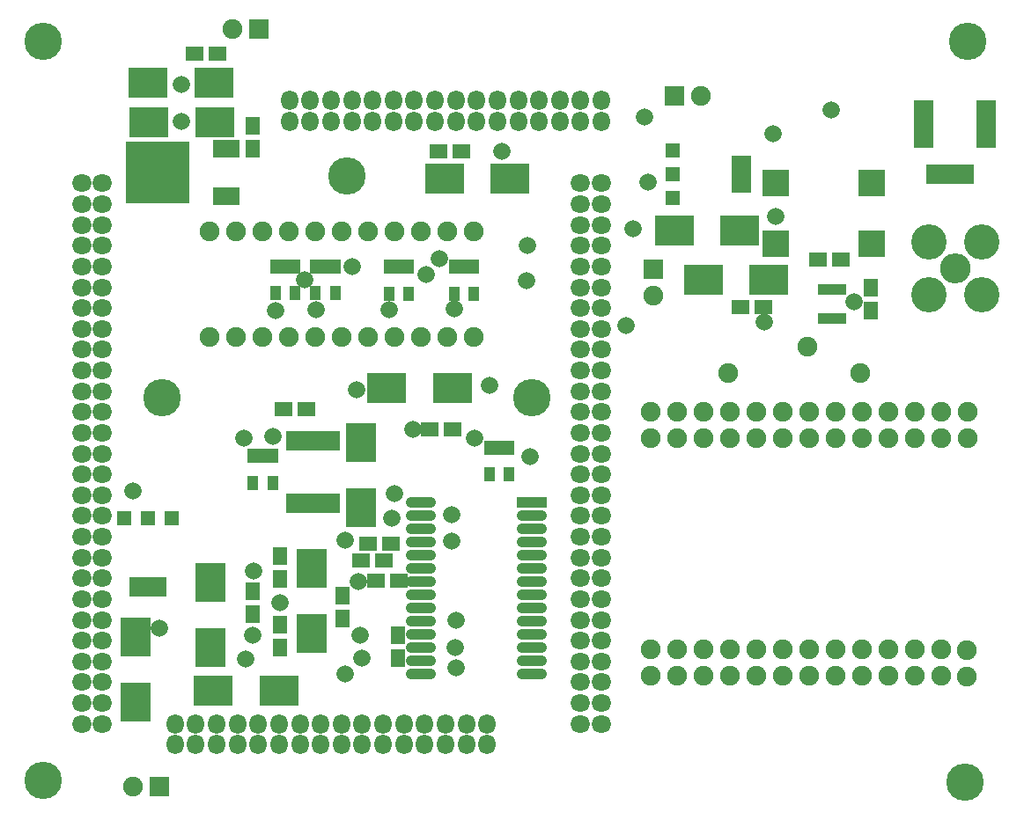
<source format=gbs>
G04*
G04 #@! TF.GenerationSoftware,Altium Limited,Altium Designer,19.1.6 (110)*
G04*
G04 Layer_Color=16711935*
%FSLAX24Y24*%
%MOIN*%
G70*
G01*
G75*
%ADD14R,0.0650X0.0551*%
%ADD15R,0.1142X0.1457*%
%ADD17R,0.0551X0.0650*%
%ADD18R,0.1417X0.0748*%
%ADD19R,0.0551X0.0551*%
%ADD20C,0.1417*%
%ADD21C,0.0748*%
%ADD22R,0.0748X0.0748*%
%ADD23R,0.0748X0.0748*%
%ADD24R,0.0748X0.1811*%
%ADD25R,0.1811X0.0748*%
%ADD26O,0.0650X0.0748*%
%ADD27O,0.0748X0.0650*%
%ADD28C,0.1339*%
%ADD29O,0.1161X0.1142*%
%ADD30C,0.0657*%
%ADD71R,0.1024X0.1024*%
%ADD72R,0.0748X0.1417*%
%ADD73R,0.0551X0.0551*%
%ADD74R,0.1457X0.1142*%
%ADD75R,0.0315X0.0433*%
%ADD76R,0.0433X0.0551*%
%ADD77R,0.0551X0.0748*%
%ADD78O,0.1142X0.0433*%
%ADD79R,0.1142X0.0433*%
%ADD80R,0.2402X0.2323*%
%ADD81R,0.1004X0.0669*%
D14*
X28580Y19240D02*
D03*
X27714D02*
D03*
X31490Y21030D02*
D03*
X30624D02*
D03*
X16790Y14624D02*
D03*
X15924D02*
D03*
X14467Y10293D02*
D03*
X13601D02*
D03*
X13350Y9637D02*
D03*
X14216D02*
D03*
X13891Y8863D02*
D03*
X14757D02*
D03*
X7916Y28860D02*
D03*
X7050D02*
D03*
X11257Y15380D02*
D03*
X10391D02*
D03*
X17146Y25150D02*
D03*
X16280D02*
D03*
D15*
X7647Y8813D02*
D03*
Y6333D02*
D03*
X11468Y6880D02*
D03*
Y9361D02*
D03*
X13347Y14113D02*
D03*
Y11633D02*
D03*
X4800Y6760D02*
D03*
Y4280D02*
D03*
D17*
X32650Y19120D02*
D03*
Y19986D02*
D03*
X10268Y9827D02*
D03*
Y8961D02*
D03*
X9247Y8479D02*
D03*
Y7613D02*
D03*
X10268Y7227D02*
D03*
Y6361D02*
D03*
X12647Y7447D02*
D03*
Y8313D02*
D03*
X14747Y5947D02*
D03*
Y6813D02*
D03*
X9240Y26116D02*
D03*
Y25250D02*
D03*
D18*
X5267Y8660D02*
D03*
D19*
X6167Y11260D02*
D03*
X5267D02*
D03*
X4367D02*
D03*
D20*
X12800Y24200D02*
D03*
X1300Y29300D02*
D03*
Y1300D02*
D03*
X5800Y15800D02*
D03*
X19800D02*
D03*
X36300Y29300D02*
D03*
X36217Y1261D02*
D03*
D21*
X30233Y17730D02*
D03*
X32233Y16730D02*
D03*
X27233D02*
D03*
X26200Y27243D02*
D03*
X24410Y19690D02*
D03*
X4700Y1080D02*
D03*
X8470Y29770D02*
D03*
X8612Y18124D02*
D03*
X7612D02*
D03*
X11612D02*
D03*
X9612D02*
D03*
X10612D02*
D03*
X7612Y22124D02*
D03*
X8612D02*
D03*
X9612D02*
D03*
X10612D02*
D03*
X14612Y18124D02*
D03*
X12612D02*
D03*
X13612D02*
D03*
X15612D02*
D03*
X16612D02*
D03*
X17612D02*
D03*
X13612Y22124D02*
D03*
X11612D02*
D03*
X12612D02*
D03*
X16612D02*
D03*
X17612D02*
D03*
X14612D02*
D03*
X15612D02*
D03*
X36281Y5254D02*
D03*
Y6254D02*
D03*
X35285Y5280D02*
D03*
Y6280D02*
D03*
X34285Y5280D02*
D03*
Y6280D02*
D03*
X33285Y5280D02*
D03*
Y6280D02*
D03*
X32285Y5280D02*
D03*
Y6280D02*
D03*
X31285Y5280D02*
D03*
Y6280D02*
D03*
X30285Y5280D02*
D03*
Y6280D02*
D03*
X29285Y5280D02*
D03*
Y6280D02*
D03*
X28285Y5280D02*
D03*
Y6280D02*
D03*
X27285Y5280D02*
D03*
Y6280D02*
D03*
X26285Y5280D02*
D03*
Y6280D02*
D03*
X25285Y5280D02*
D03*
Y6280D02*
D03*
X24285Y5280D02*
D03*
Y6280D02*
D03*
X36285Y14280D02*
D03*
Y15280D02*
D03*
X35285Y14280D02*
D03*
Y15280D02*
D03*
X34285Y14280D02*
D03*
Y15280D02*
D03*
X33285Y14280D02*
D03*
Y15280D02*
D03*
X32285Y14280D02*
D03*
Y15280D02*
D03*
X31285Y14280D02*
D03*
Y15280D02*
D03*
X30285Y14280D02*
D03*
Y15280D02*
D03*
X29285Y14280D02*
D03*
Y15280D02*
D03*
X28285Y14280D02*
D03*
Y15280D02*
D03*
X27285Y14280D02*
D03*
Y15280D02*
D03*
X26285Y14280D02*
D03*
Y15280D02*
D03*
X25285Y14280D02*
D03*
Y15280D02*
D03*
X24285Y14280D02*
D03*
Y15280D02*
D03*
D22*
X25200Y27243D02*
D03*
X5700Y1080D02*
D03*
X9470Y29770D02*
D03*
D23*
X24410Y20690D02*
D03*
D24*
X37000Y26180D02*
D03*
X34638D02*
D03*
D25*
X35622Y24290D02*
D03*
D26*
X10627Y27080D02*
D03*
X11414D02*
D03*
X12202D02*
D03*
X12989D02*
D03*
X13776D02*
D03*
X14564D02*
D03*
X15351D02*
D03*
X16139D02*
D03*
X16926D02*
D03*
X17713D02*
D03*
X18501D02*
D03*
X19288D02*
D03*
X20076D02*
D03*
X20863D02*
D03*
X21650D02*
D03*
X22438D02*
D03*
Y26293D02*
D03*
X21650D02*
D03*
X20863D02*
D03*
X20076D02*
D03*
X19288D02*
D03*
X18501D02*
D03*
X17713D02*
D03*
X16926D02*
D03*
X16139D02*
D03*
X15351D02*
D03*
X14564D02*
D03*
X13776D02*
D03*
X12989D02*
D03*
X12202D02*
D03*
X11414D02*
D03*
X10627D02*
D03*
X6296Y3458D02*
D03*
X7083D02*
D03*
X7871D02*
D03*
X8658D02*
D03*
X9446D02*
D03*
X10233D02*
D03*
X11020D02*
D03*
X11808D02*
D03*
X12595D02*
D03*
X13383D02*
D03*
X14170D02*
D03*
X14957D02*
D03*
X15745D02*
D03*
X16532D02*
D03*
X17320D02*
D03*
X18107D02*
D03*
Y2671D02*
D03*
X17320D02*
D03*
X16532D02*
D03*
X15745D02*
D03*
X14957D02*
D03*
X14170D02*
D03*
X13383D02*
D03*
X12595D02*
D03*
X11808D02*
D03*
X11020D02*
D03*
X10233D02*
D03*
X9446D02*
D03*
X8658D02*
D03*
X7871D02*
D03*
X7083D02*
D03*
X6296D02*
D03*
D27*
X21650Y3458D02*
D03*
X22438D02*
D03*
X21650Y4245D02*
D03*
X22438D02*
D03*
X21650Y5033D02*
D03*
X22438D02*
D03*
X21650Y5820D02*
D03*
X22438D02*
D03*
X21650Y6608D02*
D03*
X22438D02*
D03*
X21650Y7395D02*
D03*
X22438D02*
D03*
X21650Y8182D02*
D03*
X22438D02*
D03*
Y8970D02*
D03*
Y9757D02*
D03*
Y10545D02*
D03*
Y11332D02*
D03*
Y12119D02*
D03*
Y12907D02*
D03*
Y13694D02*
D03*
Y14482D02*
D03*
Y15269D02*
D03*
Y16056D02*
D03*
Y16844D02*
D03*
Y17631D02*
D03*
Y18419D02*
D03*
Y19206D02*
D03*
Y19993D02*
D03*
Y20781D02*
D03*
Y21568D02*
D03*
Y22356D02*
D03*
Y23143D02*
D03*
Y23930D02*
D03*
X21650D02*
D03*
Y23143D02*
D03*
Y22356D02*
D03*
Y21568D02*
D03*
Y20781D02*
D03*
Y19993D02*
D03*
Y19206D02*
D03*
Y18419D02*
D03*
Y17631D02*
D03*
Y16844D02*
D03*
Y16056D02*
D03*
Y15269D02*
D03*
Y14482D02*
D03*
Y13694D02*
D03*
Y12907D02*
D03*
Y12119D02*
D03*
Y11332D02*
D03*
Y10545D02*
D03*
Y9757D02*
D03*
Y8970D02*
D03*
X2753Y3458D02*
D03*
X3540D02*
D03*
X2753Y4245D02*
D03*
X3540D02*
D03*
X2753Y5033D02*
D03*
X3540D02*
D03*
X2753Y5820D02*
D03*
X3540D02*
D03*
X2753Y6608D02*
D03*
X3540D02*
D03*
X2753Y7395D02*
D03*
X3540D02*
D03*
X2753Y8182D02*
D03*
X3540D02*
D03*
Y8970D02*
D03*
Y9757D02*
D03*
Y10545D02*
D03*
Y11332D02*
D03*
Y12119D02*
D03*
Y12907D02*
D03*
Y13694D02*
D03*
Y14482D02*
D03*
Y15269D02*
D03*
Y16056D02*
D03*
Y16844D02*
D03*
Y17631D02*
D03*
Y18419D02*
D03*
Y19206D02*
D03*
Y19993D02*
D03*
Y20781D02*
D03*
Y21568D02*
D03*
Y22356D02*
D03*
Y23143D02*
D03*
Y23930D02*
D03*
X2753D02*
D03*
Y23143D02*
D03*
Y22356D02*
D03*
Y21568D02*
D03*
Y20781D02*
D03*
Y19993D02*
D03*
Y19206D02*
D03*
Y18419D02*
D03*
Y17631D02*
D03*
Y16844D02*
D03*
Y16056D02*
D03*
Y15269D02*
D03*
Y14482D02*
D03*
Y13694D02*
D03*
Y12907D02*
D03*
Y12119D02*
D03*
Y11332D02*
D03*
Y10545D02*
D03*
Y9757D02*
D03*
Y8970D02*
D03*
D28*
X34840Y21700D02*
D03*
Y19700D02*
D03*
X36840Y21700D02*
D03*
Y19700D02*
D03*
D29*
X35840Y20700D02*
D03*
D30*
X6550Y26280D02*
D03*
X6530Y27680D02*
D03*
X32010Y19450D02*
D03*
X5700Y7080D02*
D03*
X17650Y14270D02*
D03*
X19737Y13580D02*
D03*
X14600Y12180D02*
D03*
X18185Y16265D02*
D03*
X28600Y18680D02*
D03*
X24200Y23980D02*
D03*
X4700Y12280D02*
D03*
X16300Y21080D02*
D03*
X15800Y20480D02*
D03*
X11200Y20280D02*
D03*
X13000Y20780D02*
D03*
X8900Y14280D02*
D03*
X29020Y22670D02*
D03*
X18670Y25160D02*
D03*
X23370Y18560D02*
D03*
X23619Y22221D02*
D03*
X9997Y14357D02*
D03*
X9255Y9245D02*
D03*
X12730Y5360D02*
D03*
X12737Y10403D02*
D03*
X13307Y6823D02*
D03*
X16937Y5593D02*
D03*
X16777Y10373D02*
D03*
Y11373D02*
D03*
X16927Y7363D02*
D03*
X16917Y6343D02*
D03*
X14517Y11233D02*
D03*
X16860Y19180D02*
D03*
X14400Y19140D02*
D03*
X11620Y19130D02*
D03*
X10090Y19120D02*
D03*
X24065Y26446D02*
D03*
X13162Y16113D02*
D03*
X13377Y5943D02*
D03*
X15294Y14624D02*
D03*
X28919Y25818D02*
D03*
X31135Y26720D02*
D03*
X10277Y8033D02*
D03*
X13247Y8843D02*
D03*
X9247Y6813D02*
D03*
X8977Y5923D02*
D03*
X19635Y21590D02*
D03*
X19615Y20260D02*
D03*
D71*
X32661Y23955D02*
D03*
Y21632D02*
D03*
X29039Y23955D02*
D03*
Y21632D02*
D03*
D72*
X27720Y24270D02*
D03*
D73*
X25120Y25170D02*
D03*
Y23370D02*
D03*
Y24270D02*
D03*
D74*
X27670Y22160D02*
D03*
X25190D02*
D03*
X28780Y20270D02*
D03*
X26300D02*
D03*
X16790Y16163D02*
D03*
X14310D02*
D03*
X7740Y4720D02*
D03*
X10220D02*
D03*
X5310Y26230D02*
D03*
X7790D02*
D03*
X5280Y27730D02*
D03*
X7760D02*
D03*
X18984Y24099D02*
D03*
X16503D02*
D03*
D75*
X31296Y19910D02*
D03*
X31552D02*
D03*
X31040Y18808D02*
D03*
X31552D02*
D03*
X31296D02*
D03*
X30784Y19910D02*
D03*
X31040D02*
D03*
X30784Y18808D02*
D03*
D76*
X18948Y12900D02*
D03*
Y13924D02*
D03*
X18200Y12900D02*
D03*
X18574Y13924D02*
D03*
X18200D02*
D03*
X9997Y12573D02*
D03*
Y13596D02*
D03*
X9249D02*
D03*
X9623D02*
D03*
X9249Y12573D02*
D03*
X10097Y19770D02*
D03*
X10471Y20794D02*
D03*
X10097D02*
D03*
X10845D02*
D03*
Y19770D02*
D03*
X12355Y20794D02*
D03*
Y19770D02*
D03*
X11981Y20794D02*
D03*
X11607Y19770D02*
D03*
Y20794D02*
D03*
X15135Y20774D02*
D03*
Y19750D02*
D03*
X14761Y20774D02*
D03*
X14387Y19750D02*
D03*
Y20774D02*
D03*
X17613D02*
D03*
Y19750D02*
D03*
X17239Y20774D02*
D03*
X16865Y19750D02*
D03*
Y20774D02*
D03*
D77*
X10757Y14185D02*
D03*
X11257D02*
D03*
X11757D02*
D03*
X12257D02*
D03*
X10757Y11823D02*
D03*
X11257D02*
D03*
X11757D02*
D03*
X12257D02*
D03*
D78*
X15617Y5357D02*
D03*
Y5857D02*
D03*
Y6357D02*
D03*
Y6857D02*
D03*
Y7357D02*
D03*
Y7857D02*
D03*
Y8357D02*
D03*
Y8857D02*
D03*
Y9357D02*
D03*
Y9857D02*
D03*
Y10357D02*
D03*
Y10857D02*
D03*
Y11357D02*
D03*
Y11857D02*
D03*
X19810Y5357D02*
D03*
Y5857D02*
D03*
Y6357D02*
D03*
Y6857D02*
D03*
Y7357D02*
D03*
Y7857D02*
D03*
Y8357D02*
D03*
Y8857D02*
D03*
Y9357D02*
D03*
Y9857D02*
D03*
Y10357D02*
D03*
Y10857D02*
D03*
Y11357D02*
D03*
D79*
Y11857D02*
D03*
D80*
X5630Y24330D02*
D03*
D81*
X8230Y25230D02*
D03*
Y23430D02*
D03*
M02*

</source>
